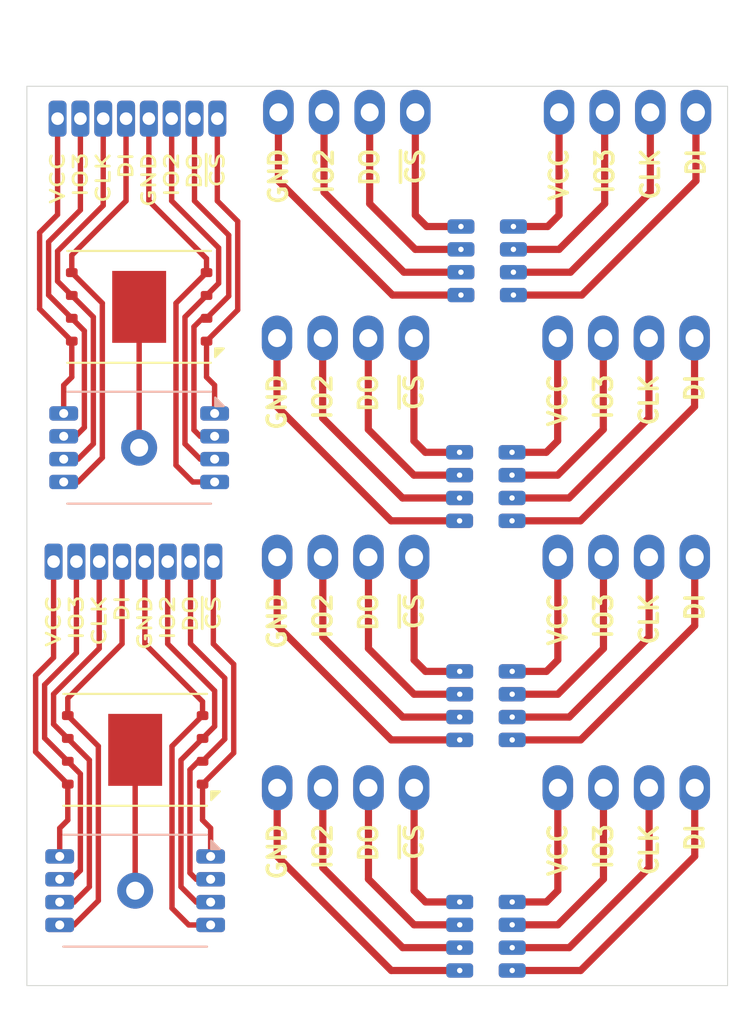
<source format=kicad_pcb>
(kicad_pcb (version 20240108) (generator "pcbnew") (generator_version "8.0")
  (layers (0 "F.Cu" signal) (31 "B.Cu" signal) (34 "B.Paste" user) (35 "F.Paste" user) (36 "B.SilkS" user "B.Silkscreen") (37 "F.SilkS" user "F.Silkscreen") (38 "B.Mask" user) (39 "F.Mask" user) (44 "Edge.Cuts" user))
  (net 0 "")
  (net 1 "DO")
  (net 2 "IO2")
  (net 3 "GND")
  (net 4 "~{CS}")
  (net 5 "CLK")
  (net 6 "DI")
  (net 7 "VCC")
  (net 8 "IO3")
  (net 9 "Net-(J5-Pin_5)")
  (net 10 "Net-(J5-Pin_7)")
  (net 11 "Net-(J5-Pin_4)")
  (net 12 "Net-(J5-Pin_6)")
  (net 13 "Net-(J5-Pin_1)")
  (net 14 "Net-(J5-Pin_2)")
  (net 15 "Net-(J5-Pin_3)")
  (net 16 "Net-(J5-Pin_8)")
  (footprint "headers:PinHeader_1x04_P2.54mm_Vertical" (layer "F.Cu") (at 120.542999 37 90)
    (property "Reference" "J3" (hide yes))
    (property "Value" "Conn_01x04_Pin")
    (pad "1" thru_hole oval (at 0 0 90) (size 2.5 1.7) (drill 1) (layers "*.Cu" "*.Mask") (net 7 "VCC"))
    (pad "2" thru_hole oval (at 0 2.54 90) (size 2.5 1.7) (drill 1) (layers "*.Cu" "*.Mask") (net 8 "IO3"))
    (pad "3" thru_hole oval (at 0 5.079999 90) (size 2.5 1.7) (drill 1) (layers "*.Cu" "*.Mask") (net 5 "CLK"))
    (pad "4" thru_hole oval (at 0 7.62 90) (size 2.5 1.7) (drill 1) (layers "*.Cu" "*.Mask") (net 6 "DI"))
  )
  (footprint "headers:PinHeader_1x04_P2.54mm_Vertical" (layer "F.Cu") (at 120.551999 49.18 90)
    (property "Reference" "J3" (hide yes))
    (property "Value" "Conn_01x04_Pin")
    (pad "1" thru_hole oval (at 0 0 90) (size 2.5 1.7) (drill 1) (layers "*.Cu" "*.Mask") (net 7 "VCC"))
    (pad "2" thru_hole oval (at 0 2.54 90) (size 2.5 1.7) (drill 1) (layers "*.Cu" "*.Mask") (net 8 "IO3"))
    (pad "3" thru_hole oval (at 0 5.079999 90) (size 2.5 1.7) (drill 1) (layers "*.Cu" "*.Mask") (net 5 "CLK"))
    (pad "4" thru_hole oval (at 0 7.62 90) (size 2.5 1.7) (drill 1) (layers "*.Cu" "*.Mask") (net 6 "DI"))
  )
  (footprint "headers:PinHeader_1x04_P2.54mm_Vertical" (layer "F.Cu") (at 120.619999 24.448 90)
    (property "Reference" "J3" (hide yes))
    (property "Value" "Conn_01x04_Pin")
    (pad "1" thru_hole oval (at 0 0 90) (size 2.5 1.7) (drill 1) (layers "*.Cu" "*.Mask") (net 7 "VCC"))
    (pad "2" thru_hole oval (at 0 2.54 90) (size 2.5 1.7) (drill 1) (layers "*.Cu" "*.Mask") (net 8 "IO3"))
    (pad "3" thru_hole oval (at 0 5.079999 90) (size 2.5 1.7) (drill 1) (layers "*.Cu" "*.Mask") (net 5 "CLK"))
    (pad "4" thru_hole oval (at 0 7.62 90) (size 2.5 1.7) (drill 1) (layers "*.Cu" "*.Mask") (net 6 "DI"))
  )
  (footprint "Connector_PinSocket_1.27mm:PinSocket_1x08_P1.27mm_Vertical" (layer "F.Cu") (at 101.6 24.8 -90)
    (property "Reference" "J5" (hide yes))
    (property "Value" "Conn_01x08_Pin")
    (pad "1" thru_hole roundrect (at 0 0 270) (size 2 1) (drill 0.7) (layers "*.Cu" "*.Mask") (net 13 "Net-(J5-Pin_1)"))
    (pad "2" thru_hole roundrect (at 0 1.270001 270) (size 2 1) (drill 0.7) (layers "*.Cu" "*.Mask") (net 14 "Net-(J5-Pin_2)"))
    (pad "3" thru_hole roundrect (at 0 2.54 270) (size 2 1) (drill 0.7) (layers "*.Cu" "*.Mask") (net 15 "Net-(J5-Pin_3)"))
    (pad "4" thru_hole roundrect (at 0 3.81 270) (size 2 1) (drill 0.7) (layers "*.Cu" "*.Mask") (net 11 "Net-(J5-Pin_4)"))
    (pad "5" thru_hole roundrect (at 0 5.079999 270) (size 2 1) (drill 0.7) (layers "*.Cu" "*.Mask") (net 9 "Net-(J5-Pin_5)"))
    (pad "6" thru_hole roundrect (at 0 6.35 270) (size 2 1) (drill 0.7) (layers "*.Cu" "*.Mask") (net 12 "Net-(J5-Pin_6)"))
    (pad "7" thru_hole roundrect (at 0 7.62 270) (size 2 1) (drill 0.7) (layers "*.Cu" "*.Mask") (net 10 "Net-(J5-Pin_7)"))
    (pad "8" thru_hole roundrect (at 0 8.89 270) (size 2 1) (drill 0.7) (layers "*.Cu" "*.Mask") (net 16 "Net-(J5-Pin_8)"))
  )
  (footprint "interposer:side_solder_1x4" (layer "F.Cu") (at 118.08 30.798)
    (property "Reference" "J4" (hide yes))
    (property "Value" "Conn_01x04_Pin")
    (pad "1" thru_hole roundrect (at 0 0) (size 1.5 0.8) (drill 0.3) (layers "*.Cu" "*.Mask") (net 7 "VCC"))
    (pad "2" thru_hole roundrect (at 0 1.270001) (size 1.5 0.8) (drill 0.3) (layers "*.Cu" "*.Mask") (net 8 "IO3"))
    (pad "3" thru_hole roundrect (at 0 2.54) (size 1.5 0.8) (drill 0.3) (layers "*.Cu" "*.Mask") (net 5 "CLK"))
    (pad "4" thru_hole roundrect (at 0 3.81) (size 1.5 0.8) (drill 0.3) (layers "*.Cu" "*.Mask") (net 6 "DI"))
  )
  (footprint "Connector_PinSocket_1.27mm:PinSocket_1x08_P1.27mm_Vertical" (layer "F.Cu") (at 101.378 49.428 -90)
    (property "Reference" "J5" (hide yes))
    (property "Value" "Conn_01x08_Pin")
    (pad "1" thru_hole roundrect (at 0 0 270) (size 2 1) (drill 0.7) (layers "*.Cu" "*.Mask") (net 13 "Net-(J5-Pin_1)"))
    (pad "2" thru_hole roundrect (at 0 1.270001 270) (size 2 1) (drill 0.7) (layers "*.Cu" "*.Mask") (net 14 "Net-(J5-Pin_2)"))
    (pad "3" thru_hole roundrect (at 0 2.54 270) (size 2 1) (drill 0.7) (layers "*.Cu" "*.Mask") (net 15 "Net-(J5-Pin_3)"))
    (pad "4" thru_hole roundrect (at 0 3.81 270) (size 2 1) (drill 0.7) (layers "*.Cu" "*.Mask") (net 11 "Net-(J5-Pin_4)"))
    (pad "5" thru_hole roundrect (at 0 5.079999 270) (size 2 1) (drill 0.7) (layers "*.Cu" "*.Mask") (net 9 "Net-(J5-Pin_5)"))
    (pad "6" thru_hole roundrect (at 0 6.35 270) (size 2 1) (drill 0.7) (layers "*.Cu" "*.Mask") (net 12 "Net-(J5-Pin_6)"))
    (pad "7" thru_hole roundrect (at 0 7.62 270) (size 2 1) (drill 0.7) (layers "*.Cu" "*.Mask") (net 10 "Net-(J5-Pin_7)"))
    (pad "8" thru_hole roundrect (at 0 8.89 270) (size 2 1) (drill 0.7) (layers "*.Cu" "*.Mask") (net 16 "Net-(J5-Pin_8)"))
  )
  (footprint "headers:PinHeader_1x04_P2.54mm_Vertical" (layer "F.Cu") (at 120.551999 62 90)
    (property "Reference" "J3" (hide yes))
    (property "Value" "Conn_01x04_Pin")
    (pad "1" thru_hole oval (at 0 0 90) (size 2.5 1.7) (drill 1) (layers "*.Cu" "*.Mask") (net 7 "VCC"))
    (pad "2" thru_hole oval (at 0 2.54 90) (size 2.5 1.7) (drill 1) (layers "*.Cu" "*.Mask") (net 8 "IO3"))
    (pad "3" thru_hole oval (at 0 5.079999 90) (size 2.5 1.7) (drill 1) (layers "*.Cu" "*.Mask") (net 5 "CLK"))
    (pad "4" thru_hole oval (at 0 7.62 90) (size 2.5 1.7) (drill 1) (layers "*.Cu" "*.Mask") (net 6 "DI"))
  )
  (footprint "interposer:side_solder_1x4" (layer "F.Cu") (at 118.003 43.35)
    (property "Reference" "J4" (hide yes))
    (property "Value" "Conn_01x04_Pin")
    (pad "1" thru_hole roundrect (at 0 0) (size 1.5 0.8) (drill 0.3) (layers "*.Cu" "*.Mask") (net 7 "VCC"))
    (pad "2" thru_hole roundrect (at 0 1.270001) (size 1.5 0.8) (drill 0.3) (layers "*.Cu" "*.Mask") (net 8 "IO3"))
    (pad "3" thru_hole roundrect (at 0 2.54) (size 1.5 0.8) (drill 0.3) (layers "*.Cu" "*.Mask") (net 5 "CLK"))
    (pad "4" thru_hole roundrect (at 0 3.81) (size 1.5 0.8) (drill 0.3) (layers "*.Cu" "*.Mask") (net 6 "DI"))
  )
  (footprint "interposer:side_solder_1x4" (layer "F.Cu") (at 118.012 55.53)
    (property "Reference" "J4" (hide yes))
    (property "Value" "Conn_01x04_Pin")
    (pad "1" thru_hole roundrect (at 0 0) (size 1.5 0.8) (drill 0.3) (layers "*.Cu" "*.Mask") (net 7 "VCC"))
    (pad "2" thru_hole roundrect (at 0 1.270001) (size 1.5 0.8) (drill 0.3) (layers "*.Cu" "*.Mask") (net 8 "IO3"))
    (pad "3" thru_hole roundrect (at 0 2.54) (size 1.5 0.8) (drill 0.3) (layers "*.Cu" "*.Mask") (net 5 "CLK"))
    (pad "4" thru_hole roundrect (at 0 3.81) (size 1.5 0.8) (drill 0.3) (layers "*.Cu" "*.Mask") (net 6 "DI"))
  )
  (footprint "Package_SON:WSON-8-1EP_8x6mm_P1.27mm_EP3.4x4.3mm" (layer "F.Cu") (at 97.25 35.265 180)
    (property "Reference" "U1" (hide yes))
    (property "Value" "W25Q128JVE")
    (fp_line (start -3.99 -3.11) (end 4 -3.11) (stroke (width 0.12)) (layer "F.SilkS"))
    (fp_line (start -4 3.11) (end 4 3.11) (stroke (width 0.12)) (layer "F.SilkS"))
    (fp_poly (pts (xy -4.23 -2.31) (xy -4.71 -2.31) (xy -4.23 -2.79) (xy -4.23 -2.31)) (stroke (width 0.12)) (fill solid) (layer "F.SilkS"))
    (pad "1" smd roundrect (at -3.75 -1.905 180) (size 0.65 0.5) (layers "F.Cu" "F.Paste" "F.Mask") (net 13 "Net-(J5-Pin_1)"))
    (pad "2" smd roundrect (at -3.75 -0.635 180) (size 0.65 0.5) (layers "F.Cu" "F.Paste" "F.Mask") (net 14 "Net-(J5-Pin_2)"))
    (pad "3" smd roundrect (at -3.75 0.635 180) (size 0.65 0.5) (layers "F.Cu" "F.Paste" "F.Mask") (net 15 "Net-(J5-Pin_3)"))
    (pad "4" smd roundrect (at -3.75 1.905 180) (size 0.65 0.5) (layers "F.Cu" "F.Paste" "F.Mask") (net 11 "Net-(J5-Pin_4)"))
    (pad "5" smd roundrect (at 3.75 1.905 180) (size 0.65 0.5) (layers "F.Cu" "F.Paste" "F.Mask") (net 9 "Net-(J5-Pin_5)"))
    (pad "6" smd roundrect (at 3.75 0.635 180) (size 0.65 0.5) (layers "F.Cu" "F.Paste" "F.Mask") (net 12 "Net-(J5-Pin_6)"))
    (pad "7" smd roundrect (at 3.75 -0.635 180) (size 0.65 0.5) (layers "F.Cu" "F.Paste" "F.Mask") (net 10 "Net-(J5-Pin_7)"))
    (pad "8" smd roundrect (at 3.75 -1.905 180) (size 0.65 0.5) (layers "F.Cu" "F.Paste" "F.Mask") (net 16 "Net-(J5-Pin_8)"))
    (pad "9" smd rect (at 0 0 180) (size 3 4) (property pad_prop_heatsink) (layers "F.Cu" "F.Mask"))
  )
  (footprint "Package_SON:WSON-8-1EP_8x6mm_P1.27mm_EP3.4x4.3mm" (layer "F.Cu") (at 97.028 59.893 180)
    (property "Reference" "U1" (hide yes))
    (property "Value" "W25Q128JVE")
    (fp_line (start -3.99 -3.11) (end 4 -3.11) (stroke (width 0.12)) (layer "F.SilkS"))
    (fp_line (start -4 3.11) (end 4 3.11) (stroke (width 0.12)) (layer "F.SilkS"))
    (fp_poly (pts (xy -4.23 -2.31) (xy -4.71 -2.31) (xy -4.23 -2.79) (xy -4.23 -2.31)) (stroke (width 0.12)) (fill solid) (layer "F.SilkS"))
    (pad "1" smd roundrect (at -3.75 -1.905 180) (size 0.65 0.5) (layers "F.Cu" "F.Paste" "F.Mask") (net 13 "Net-(J5-Pin_1)"))
    (pad "2" smd roundrect (at -3.75 -0.635 180) (size 0.65 0.5) (layers "F.Cu" "F.Paste" "F.Mask") (net 14 "Net-(J5-Pin_2)"))
    (pad "3" smd roundrect (at -3.75 0.635 180) (size 0.65 0.5) (layers "F.Cu" "F.Paste" "F.Mask") (net 15 "Net-(J5-Pin_3)"))
    (pad "4" smd roundrect (at -3.75 1.905 180) (size 0.65 0.5) (layers "F.Cu" "F.Paste" "F.Mask") (net 11 "Net-(J5-Pin_4)"))
    (pad "5" smd roundrect (at 3.75 1.905 180) (size 0.65 0.5) (layers "F.Cu" "F.Paste" "F.Mask") (net 9 "Net-(J5-Pin_5)"))
    (pad "6" smd roundrect (at 3.75 0.635 180) (size 0.65 0.5) (layers "F.Cu" "F.Paste" "F.Mask") (net 12 "Net-(J5-Pin_6)"))
    (pad "7" smd roundrect (at 3.75 -0.635 180) (size 0.65 0.5) (layers "F.Cu" "F.Paste" "F.Mask") (net 10 "Net-(J5-Pin_7)"))
    (pad "8" smd roundrect (at 3.75 -1.905 180) (size 0.65 0.5) (layers "F.Cu" "F.Paste" "F.Mask") (net 16 "Net-(J5-Pin_8)"))
    (pad "9" smd rect (at 0 0 180) (size 3 4) (property pad_prop_heatsink) (layers "F.Cu" "F.Mask"))
  )
  (footprint "interposer:side_solder_1x4" (layer "F.Cu") (at 118.012 68.35)
    (property "Reference" "J4" (hide yes))
    (property "Value" "Conn_01x04_Pin")
    (pad "1" thru_hole roundrect (at 0 0) (size 1.5 0.8) (drill 0.3) (layers "*.Cu" "*.Mask") (net 7 "VCC"))
    (pad "2" thru_hole roundrect (at 0 1.270001) (size 1.5 0.8) (drill 0.3) (layers "*.Cu" "*.Mask") (net 8 "IO3"))
    (pad "3" thru_hole roundrect (at 0 2.54) (size 1.5 0.8) (drill 0.3) (layers "*.Cu" "*.Mask") (net 5 "CLK"))
    (pad "4" thru_hole roundrect (at 0 3.81) (size 1.5 0.8) (drill 0.3) (layers "*.Cu" "*.Mask") (net 6 "DI"))
  )
  (footprint "headers:PinHeader_1x04_P2.54mm_Vertical" (layer "B.Cu") (at 112.62 24.448 90)
    (property "Reference" "J1" (hide yes))
    (property "Value" "Conn_01x04_Pin")
    (pad "1" thru_hole oval (at 0 0 90) (size 2.5 1.7) (drill 1) (layers "*.Cu" "*.Mask") (net 4 "~{CS}"))
    (pad "2" thru_hole oval (at 0 -2.54 90) (size 2.5 1.7) (drill 1) (layers "*.Cu" "*.Mask") (net 1 "DO"))
    (pad "3" thru_hole oval (at 0 -5.079999 90) (size 2.5 1.7) (drill 1) (layers "*.Cu" "*.Mask") (net 2 "IO2"))
    (pad "4" thru_hole oval (at 0 -7.62 90) (size 2.5 1.7) (drill 1) (layers "*.Cu" "*.Mask") (net 3 "GND"))
  )
  (footprint "headers:PinHeader_1x04_P2.54mm_Vertical" (layer "B.Cu") (at 112.543 37 90)
    (property "Reference" "J1" (hide yes))
    (property "Value" "Conn_01x04_Pin")
    (pad "1" thru_hole oval (at 0 0 90) (size 2.5 1.7) (drill 1) (layers "*.Cu" "*.Mask") (net 4 "~{CS}"))
    (pad "2" thru_hole oval (at 0 -2.54 90) (size 2.5 1.7) (drill 1) (layers "*.Cu" "*.Mask") (net 1 "DO"))
    (pad "3" thru_hole oval (at 0 -5.079999 90) (size 2.5 1.7) (drill 1) (layers "*.Cu" "*.Mask") (net 2 "IO2"))
    (pad "4" thru_hole oval (at 0 -7.62 90) (size 2.5 1.7) (drill 1) (layers "*.Cu" "*.Mask") (net 3 "GND"))
  )
  (footprint "headers:PinHeader_1x04_P2.54mm_Vertical" (layer "B.Cu") (at 112.552 49.18 90)
    (property "Reference" "J1" (hide yes))
    (property "Value" "Conn_01x04_Pin")
    (pad "1" thru_hole oval (at 0 0 90) (size 2.5 1.7) (drill 1) (layers "*.Cu" "*.Mask") (net 4 "~{CS}"))
    (pad "2" thru_hole oval (at 0 -2.54 90) (size 2.5 1.7) (drill 1) (layers "*.Cu" "*.Mask") (net 1 "DO"))
    (pad "3" thru_hole oval (at 0 -5.079999 90) (size 2.5 1.7) (drill 1) (layers "*.Cu" "*.Mask") (net 2 "IO2"))
    (pad "4" thru_hole oval (at 0 -7.62 90) (size 2.5 1.7) (drill 1) (layers "*.Cu" "*.Mask") (net 3 "GND"))
  )
  (footprint "interposer:WSON-8-1EP_8x6mm_P1.27mm_EP3.4x4.3mm" (layer "B.Cu") (at 97.028 67.723 180)
    (property "Reference" "U2" (hide yes))
    (property "Value" "W25Q128JVE")
    (fp_line (start 4 3.11) (end -3.99 3.11) (stroke (width 0.12)) (layer "B.SilkS"))
    (fp_line (start 4 -3.11) (end -4 -3.11) (stroke (width 0.12)) (layer "B.SilkS"))
    (fp_poly (pts (xy -4.23 2.31) (xy -4.71 2.31) (xy -4.23 2.79) (xy -4.23 2.31)) (stroke (width 0.12)) (fill solid) (layer "B.SilkS"))
    (pad "1" thru_hole roundrect (at -4.2 1.905 180) (size 1.6 0.8) (drill 0.5) (layers "*.Cu" "*.Mask") (net 13 "Net-(J5-Pin_1)"))
    (pad "2" thru_hole roundrect (at -4.2 0.635 180) (size 1.6 0.8) (drill 0.5) (layers "*.Cu" "*.Mask") (net 14 "Net-(J5-Pin_2)"))
    (pad "3" thru_hole roundrect (at -4.2 -0.635 180) (size 1.6 0.8) (drill 0.5) (layers "*.Cu" "*.Mask") (net 15 "Net-(J5-Pin_3)"))
    (pad "4" thru_hole roundrect (at -4.2 -1.905 180) (size 1.6 0.8) (drill 0.5) (layers "*.Cu" "*.Mask") (net 11 "Net-(J5-Pin_4)"))
    (pad "5" thru_hole roundrect (at 4.2 -1.905 180) (size 1.6 0.8) (drill 0.5) (layers "*.Cu" "*.Mask") (net 9 "Net-(J5-Pin_5)"))
    (pad "6" thru_hole roundrect (at 4.2 -0.635 180) (size 1.6 0.8) (drill 0.5) (layers "*.Cu" "*.Mask") (net 12 "Net-(J5-Pin_6)"))
    (pad "7" thru_hole roundrect (at 4.2 0.635 180) (size 1.6 0.8) (drill 0.5) (layers "*.Cu" "*.Mask") (net 10 "Net-(J5-Pin_7)"))
    (pad "8" thru_hole roundrect (at 4.2 1.905 180) (size 1.6 0.8) (drill 0.5) (layers "*.Cu" "*.Mask") (net 16 "Net-(J5-Pin_8)"))
    (pad "9" thru_hole circle (at 0 0 180) (size 2 2) (drill 1) (property pad_prop_heatsink) (layers "*.Cu" "*.Mask"))
  )
  (footprint "headers:PinHeader_1x04_P2.54mm_Vertical" (layer "B.Cu") (at 112.552 62 90)
    (property "Reference" "J1" (hide yes))
    (property "Value" "Conn_01x04_Pin")
    (pad "1" thru_hole oval (at 0 0 90) (size 2.5 1.7) (drill 1) (layers "*.Cu" "*.Mask") (net 4 "~{CS}"))
    (pad "2" thru_hole oval (at 0 -2.54 90) (size 2.5 1.7) (drill 1) (layers "*.Cu" "*.Mask") (net 1 "DO"))
    (pad "3" thru_hole oval (at 0 -5.079999 90) (size 2.5 1.7) (drill 1) (layers "*.Cu" "*.Mask") (net 2 "IO2"))
    (pad "4" thru_hole oval (at 0 -7.62 90) (size 2.5 1.7) (drill 1) (layers "*.Cu" "*.Mask") (net 3 "GND"))
  )
  (footprint "interposer:side_solder_1x4" (layer "B.Cu") (at 115.16 30.798 180)
    (property "Reference" "J2" (hide yes))
    (property "Value" "Conn_01x04_Pin")
    (pad "1" thru_hole roundrect (at 0 0 180) (size 1.5 0.8) (drill 0.3) (layers "*.Cu" "*.Mask") (net 4 "~{CS}"))
    (pad "2" thru_hole roundrect (at 0 -1.27 180) (size 1.5 0.8) (drill 0.3) (layers "*.Cu" "*.Mask") (net 1 "DO"))
    (pad "3" thru_hole roundrect (at 0 -2.54 180) (size 1.5 0.8) (drill 0.3) (layers "*.Cu" "*.Mask") (net 2 "IO2"))
    (pad "4" thru_hole roundrect (at 0 -3.81 180) (size 1.5 0.8) (drill 0.3) (layers "*.Cu" "*.Mask") (net 3 "GND"))
  )
  (footprint "interposer:side_solder_1x4" (layer "B.Cu") (at 115.092 55.53 180)
    (property "Reference" "J2" (hide yes))
    (property "Value" "Conn_01x04_Pin")
    (pad "1" thru_hole roundrect (at 0 0 180) (size 1.5 0.8) (drill 0.3) (layers "*.Cu" "*.Mask") (net 4 "~{CS}"))
    (pad "2" thru_hole roundrect (at 0 -1.27 180) (size 1.5 0.8) (drill 0.3) (layers "*.Cu" "*.Mask") (net 1 "DO"))
    (pad "3" thru_hole roundrect (at 0 -2.54 180) (size 1.5 0.8) (drill 0.3) (layers "*.Cu" "*.Mask") (net 2 "IO2"))
    (pad "4" thru_hole roundrect (at 0 -3.81 180) (size 1.5 0.8) (drill 0.3) (layers "*.Cu" "*.Mask") (net 3 "GND"))
  )
  (footprint "interposer:side_solder_1x4" (layer "B.Cu") (at 115.092 68.35 180)
    (property "Reference" "J2" (hide yes))
    (property "Value" "Conn_01x04_Pin")
    (pad "1" thru_hole roundrect (at 0 0 180) (size 1.5 0.8) (drill 0.3) (layers "*.Cu" "*.Mask") (net 4 "~{CS}"))
    (pad "2" thru_hole roundrect (at 0 -1.27 180) (size 1.5 0.8) (drill 0.3) (layers "*.Cu" "*.Mask") (net 1 "DO"))
    (pad "3" thru_hole roundrect (at 0 -2.54 180) (size 1.5 0.8) (drill 0.3) (layers "*.Cu" "*.Mask") (net 2 "IO2"))
    (pad "4" thru_hole roundrect (at 0 -3.81 180) (size 1.5 0.8) (drill 0.3) (layers "*.Cu" "*.Mask") (net 3 "GND"))
  )
  (footprint "interposer:side_solder_1x4" (layer "B.Cu") (at 115.083 43.35 180)
    (property "Reference" "J2" (hide yes))
    (property "Value" "Conn_01x04_Pin")
    (pad "1" thru_hole roundrect (at 0 0 180) (size 1.5 0.8) (drill 0.3) (layers "*.Cu" "*.Mask") (net 4 "~{CS}"))
    (pad "2" thru_hole roundrect (at 0 -1.27 180) (size 1.5 0.8) (drill 0.3) (layers "*.Cu" "*.Mask") (net 1 "DO"))
    (pad "3" thru_hole roundrect (at 0 -2.54 180) (size 1.5 0.8) (drill 0.3) (layers "*.Cu" "*.Mask") (net 2 "IO2"))
    (pad "4" thru_hole roundrect (at 0 -3.81 180) (size 1.5 0.8) (drill 0.3) (layers "*.Cu" "*.Mask") (net 3 "GND"))
  )
  (footprint "interposer:WSON-8-1EP_8x6mm_P1.27mm_EP3.4x4.3mm" (layer "B.Cu") (at 97.25 43.095 180)
    (property "Reference" "U2" (hide yes))
    (property "Value" "W25Q128JVE")
    (fp_line (start 4 3.11) (end -3.99 3.11) (stroke (width 0.12)) (layer "B.SilkS"))
    (fp_line (start 4 -3.11) (end -4 -3.11) (stroke (width 0.12)) (layer "B.SilkS"))
    (fp_poly (pts (xy -4.23 2.31) (xy -4.71 2.31) (xy -4.23 2.79) (xy -4.23 2.31)) (stroke (width 0.12)) (fill solid) (layer "B.SilkS"))
    (pad "1" thru_hole roundrect (at -4.2 1.905 180) (size 1.6 0.8) (drill 0.5) (layers "*.Cu" "*.Mask") (net 13 "Net-(J5-Pin_1)"))
    (pad "2" thru_hole roundrect (at -4.2 0.635 180) (size 1.6 0.8) (drill 0.5) (layers "*.Cu" "*.Mask") (net 14 "Net-(J5-Pin_2)"))
    (pad "3" thru_hole roundrect (at -4.2 -0.635 180) (size 1.6 0.8) (drill 0.5) (layers "*.Cu" "*.Mask") (net 15 "Net-(J5-Pin_3)"))
    (pad "4" thru_hole roundrect (at -4.2 -1.905 180) (size 1.6 0.8) (drill 0.5) (layers "*.Cu" "*.Mask") (net 11 "Net-(J5-Pin_4)"))
    (pad "5" thru_hole roundrect (at 4.2 -1.905 180) (size 1.6 0.8) (drill 0.5) (layers "*.Cu" "*.Mask") (net 9 "Net-(J5-Pin_5)"))
    (pad "6" thru_hole roundrect (at 4.2 -0.635 180) (size 1.6 0.8) (drill 0.5) (layers "*.Cu" "*.Mask") (net 12 "Net-(J5-Pin_6)"))
    (pad "7" thru_hole roundrect (at 4.2 0.635 180) (size 1.6 0.8) (drill 0.5) (layers "*.Cu" "*.Mask") (net 10 "Net-(J5-Pin_7)"))
    (pad "8" thru_hole roundrect (at 4.2 1.905 180) (size 1.6 0.8) (drill 0.5) (layers "*.Cu" "*.Mask") (net 16 "Net-(J5-Pin_8)"))
    (pad "9" thru_hole circle (at 0 0 180) (size 2 2) (drill 1) (property pad_prop_heatsink) (layers "*.Cu" "*.Mask"))
  )
  (gr_line (start 91 73) (end 91 23) (stroke (width 0.05)) (layer "Edge.Cuts"))
  (gr_line (start 130 23) (end 130 73) (stroke (width 0.05)) (layer "Edge.Cuts"))
  (gr_line (start 91 23) (end 130 23) (stroke (width 0.05)) (layer "Edge.Cuts"))
  (gr_line (start 130 73) (end 91 73) (stroke (width 0.05)) (layer "Edge.Cuts"))
  (gr_text "~{CS}" (at 112.552 63.905 90) (layer "F.SilkS") (effects (font (size 1 1) (thickness 0.2) (bold yes)) (justify right)))
  (gr_text "IO2" (at 98.838 51.206 90) (layer "F.SilkS") (effects (font (size 0.75 1)) (justify right)))
  (gr_text "VCC" (at 92.71 26.578 90) (layer "F.SilkS") (effects (font (size 0.75 1) (thickness 0.15) (bold yes)) (justify right)))
  (gr_text "VCC" (at 120.62 26.353 90) (layer "F.SilkS") (effects (font (size 1 1) (thickness 0.2) (bold yes)) (justify right)))
  (gr_text "GND" (at 97.568 51.206 90) (layer "F.SilkS") (effects (font (size 0.75 1) (thickness 0.15) (bold yes)) (justify right)))
  (gr_text "CLK" (at 125.7 26.353 90) (layer "F.SilkS") (effects (font (size 1 1) (thickness 0.2) (bold yes)) (justify right)))
  (gr_text "IO3" (at 123.092 63.905 90) (layer "F.SilkS") (effects (font (size 1 1) (thickness 0.2) (bold yes)) (justify right)))
  (gr_text "VCC" (at 120.543 38.905 90) (layer "F.SilkS") (effects (font (size 1 1) (thickness 0.2) (bold yes)) (justify right)))
  (gr_text "DI" (at 128.163 38.905 90) (layer "F.SilkS") (effects (font (size 1 1) (thickness 0.2) (bold yes)) (justify right)))
  (gr_text "IO2" (at 99.06 26.578 90) (layer "F.SilkS") (effects (font (size 0.75 1)) (justify right)))
  (gr_text "VCC" (at 120.552 51.085 90) (layer "F.SilkS") (effects (font (size 1 1) (thickness 0.2) (bold yes)) (justify right)))
  (gr_text "DO" (at 110.012 63.905 90) (layer "F.SilkS") (effects (font (size 1 1) (thickness 0.2) (bold yes)) (justify right)))
  (gr_text "IO2" (at 107.472 63.905 90) (layer "F.SilkS") (effects (font (size 1 1) (thickness 0.2) (bold yes)) (justify right)))
  (gr_text "IO2" (at 107.463 38.905 90) (layer "F.SilkS") (effects (font (size 1 1) (thickness 0.2) (bold yes)) (justify right)))
  (gr_text "CLK" (at 125.623 38.905 90) (layer "F.SilkS") (effects (font (size 1 1) (thickness 0.2) (bold yes)) (justify right)))
  (gr_text "VCC" (at 92.488 51.206 90) (layer "F.SilkS") (effects (font (size 0.75 1) (thickness 0.15) (bold yes)) (justify right)))
  (gr_text "CLK" (at 125.632 63.905 90) (layer "F.SilkS") (effects (font (size 1 1) (thickness 0.2) (bold yes)) (justify right)))
  (gr_text "VCC" (at 120.552 63.905 90) (layer "F.SilkS") (effects (font (size 1 1) (thickness 0.2) (bold yes)) (justify right)))
  (gr_text "DO" (at 100.33 26.578 90) (layer "F.SilkS") (effects (font (size 0.75 1) (thickness 0.15) (bold yes)) (justify right)))
  (gr_text "IO3" (at 123.16 26.353 90) (layer "F.SilkS") (effects (font (size 1 1) (thickness 0.2) (bold yes)) (justify right)))
  (gr_text "DI" (at 128.172 63.905 90) (layer "F.SilkS") (effects (font (size 1 1) (thickness 0.2) (bold yes)) (justify right)))
  (gr_text "DI" (at 96.298 51.206 90) (layer "F.SilkS") (effects (font (size 0.75 1) (thickness 0.15) (bold yes)) (justify right)))
  (gr_text "GND" (at 104.932 63.905 90) (layer "F.SilkS") (effects (font (size 1 1) (thickness 0.2) (bold yes)) (justify right)))
  (gr_text "CLK" (at 95.25 26.578 90) (layer "F.SilkS") (effects (font (size 0.75 1) (thickness 0.15) (bold yes)) (justify right)))
  (gr_text "GND" (at 104.923 38.905 90) (layer "F.SilkS") (effects (font (size 1 1) (thickness 0.2) (bold yes)) (justify right)))
  (gr_text "~{CS}" (at 101.6 26.578 90) (layer "F.SilkS") (effects (font (size 0.75 1) (thickness 0.15) (bold yes)) (justify right)))
  (gr_text "GND" (at 105 26.353 90) (layer "F.SilkS") (effects (font (size 1 1) (thickness 0.2) (bold yes)) (justify right)))
  (gr_text "IO3" (at 123.092 51.085 90) (layer "F.SilkS") (effects (font (size 1 1) (thickness 0.2) (bold yes)) (justify right)))
  (gr_text "GND" (at 97.79 26.578 90) (layer "F.SilkS") (effects (font (size 0.75 1) (thickness 0.15) (bold yes)) (justify right)))
  (gr_text "IO3" (at 93.758 51.206 90) (layer "F.SilkS") (effects (font (size 0.75 1) (thickness 0.15) (bold yes)) (justify right)))
  (gr_text "~{CS}" (at 112.543 38.905 90) (layer "F.SilkS") (effects (font (size 1 1) (thickness 0.2) (bold yes)) (justify right)))
  (gr_text "IO3" (at 123.083 38.905 90) (layer "F.SilkS") (effects (font (size 1 1) (thickness 0.2) (bold yes)) (justify right)))
  (gr_text "DO" (at 110.003 38.905 90) (layer "F.SilkS") (effects (font (size 1 1) (thickness 0.2) (bold yes)) (justify right)))
  (gr_text "IO2" (at 107.472 51.085 90) (layer "F.SilkS") (effects (font (size 1 1) (thickness 0.2) (bold yes)) (justify right)))
  (gr_text "DO" (at 110.012 51.085 90) (layer "F.SilkS") (effects (font (size 1 1) (thickness 0.2) (bold yes)) (justify right)))
  (gr_text "~{CS}" (at 101.378 51.206 90) (layer "F.SilkS") (effects (font (size 0.75 1) (thickness 0.15) (bold yes)) (justify right)))
  (gr_text "CLK" (at 95.028 51.206 90) (layer "F.SilkS") (effects (font (size 0.75 1) (thickness 0.15) (bold yes)) (justify right)))
  (gr_text "IO3" (at 93.98 26.578 90) (layer "F.SilkS") (effects (font (size 0.75 1) (thickness 0.15) (bold yes)) (justify right)))
  (gr_text "DI" (at 128.172 51.085 90) (layer "F.SilkS") (effects (font (size 1 1) (thickness 0.2) (bold yes)) (justify right)))
  (gr_text "~{CS}" (at 112.62 26.353 90) (layer "F.SilkS") (effects (font (size 1 1) (thickness 0.2) (bold yes)) (justify right)))
  (gr_text "DO" (at 110.08 26.353 90) (layer "F.SilkS") (effects (font (size 1 1) (thickness 0.2) (bold yes)) (justify right)))
  (gr_text "GND" (at 104.932 51.085 90) (layer "F.SilkS") (effects (font (size 1 1) (thickness 0.2) (bold yes)) (justify right)))
  (gr_text "DO" (at 100.108 51.206 90) (layer "F.SilkS") (effects (font (size 0.75 1) (thickness 0.15) (bold yes)) (justify right)))
  (gr_text "DI" (at 96.52 26.578 90) (layer "F.SilkS") (effects (font (size 0.75 1) (thickness 0.15) (bold yes)) (justify right)))
  (gr_text "IO2" (at 107.54 26.353 90) (layer "F.SilkS") (effects (font (size 1 1) (thickness 0.2) (bold yes)) (justify right)))
  (gr_text "~{CS}" (at 112.552 51.085 90) (layer "F.SilkS") (effects (font (size 1 1) (thickness 0.2) (bold yes)) (justify right)))
  (gr_text "CLK" (at 125.632 51.085 90) (layer "F.SilkS") (effects (font (size 1 1) (thickness 0.2) (bold yes)) (justify right)))
  (gr_text "DI" (at 128.24 26.353 90) (layer "F.SilkS") (effects (font (size 1 1) (thickness 0.2) (bold yes)) (justify right)))
  (segment (start 97.25 35.265) (end 97.25 43.095) (width 0.3) (layer "F.Cu") (net 0))
  (segment (start 97.028 59.893) (end 97.028 67.723) (width 0.3) (layer "F.Cu") (net 0))
  (segment (start 112.543 44.62) (end 110.003 42.08) (width 0.4) (layer "F.Cu") (net 1))
  (segment (start 110.012 54.26) (end 110.012 49.18) (width 0.4) (layer "F.Cu") (net 1))
  (segment (start 112.62 32.068) (end 110.08 29.528) (width 0.4) (layer "F.Cu") (net 1))
  (segment (start 115.16 32.068) (end 112.62 32.068) (width 0.4) (layer "F.Cu") (net 1))
  (segment (start 115.092 56.8) (end 112.552 56.8) (width 0.4) (layer "F.Cu") (net 1))
  (segment (start 110.08 29.528) (end 110.08 24.448) (width 0.4) (layer "F.Cu") (net 1))
  (segment (start 110.012 67.08) (end 110.012 62) (width 0.4) (layer "F.Cu") (net 1))
  (segment (start 115.083 44.62) (end 112.543 44.62) (width 0.4) (layer "F.Cu") (net 1))
  (segment (start 112.552 69.62) (end 110.012 67.08) (width 0.4) (layer "F.Cu") (net 1))
  (segment (start 115.092 69.62) (end 112.552 69.62) (width 0.4) (layer "F.Cu") (net 1))
  (segment (start 110.003 42.08) (end 110.003 37) (width 0.4) (layer "F.Cu") (net 1))
  (segment (start 112.552 56.8) (end 110.012 54.26) (width 0.4) (layer "F.Cu") (net 1))
  (segment (start 107.472001 62) (end 107.472001 66.445001) (width 0.4) (layer "F.Cu") (net 2))
  (segment (start 107.472001 66.445001) (end 111.917 70.89) (width 0.4) (layer "F.Cu") (net 2))
  (segment (start 107.540001 24.448) (end 107.540001 28.893001) (width 0.4) (layer "F.Cu") (net 2))
  (segment (start 107.472001 49.18) (end 107.472001 53.625001) (width 0.4) (layer "F.Cu") (net 2))
  (segment (start 111.908 45.89) (end 115.083 45.89) (width 0.4) (layer "F.Cu") (net 2))
  (segment (start 107.472001 53.625001) (end 111.917 58.07) (width 0.4) (layer "F.Cu") (net 2))
  (segment (start 107.463001 37) (end 107.463001 41.445001) (width 0.4) (layer "F.Cu") (net 2))
  (segment (start 107.463001 41.445001) (end 111.908 45.89) (width 0.4) (layer "F.Cu") (net 2))
  (segment (start 107.540001 28.893001) (end 111.985 33.338) (width 0.4) (layer "F.Cu") (net 2))
  (segment (start 111.917 58.07) (end 115.092 58.07) (width 0.4) (layer "F.Cu") (net 2))
  (segment (start 111.917 70.89) (end 115.092 70.89) (width 0.4) (layer "F.Cu") (net 2))
  (segment (start 111.985 33.338) (end 115.16 33.338) (width 0.4) (layer "F.Cu") (net 2))
  (segment (start 105 28.258) (end 105 24.448) (width 0.4) (layer "F.Cu") (net 3))
  (segment (start 104.923 40.81) (end 104.923 37) (width 0.4) (layer "F.Cu") (net 3))
  (segment (start 111.282 59.34) (end 104.932 52.99) (width 0.4) (layer "F.Cu") (net 3))
  (segment (start 111.35 34.608) (end 105 28.258) (width 0.4) (layer "F.Cu") (net 3))
  (segment (start 111.282 72.16) (end 104.932 65.81) (width 0.4) (layer "F.Cu") (net 3))
  (segment (start 104.932 52.99) (end 104.932 49.18) (width 0.4) (layer "F.Cu") (net 3))
  (segment (start 104.932 65.81) (end 104.932 62) (width 0.4) (layer "F.Cu") (net 3))
  (segment (start 115.083 47.16) (end 111.273 47.16) (width 0.4) (layer "F.Cu") (net 3))
  (segment (start 115.092 59.34) (end 111.282 59.34) (width 0.4) (layer "F.Cu") (net 3))
  (segment (start 111.273 47.16) (end 104.923 40.81) (width 0.4) (layer "F.Cu") (net 3))
  (segment (start 115.16 34.608) (end 111.35 34.608) (width 0.4) (layer "F.Cu") (net 3))
  (segment (start 115.092 72.16) (end 111.282 72.16) (width 0.4) (layer "F.Cu") (net 3))
  (segment (start 112.552 67.715) (end 113.187 68.35) (width 0.4) (layer "F.Cu") (net 4))
  (segment (start 112.62 24.448) (end 112.62 30.163) (width 0.4) (layer "F.Cu") (net 4))
  (segment (start 113.187 55.53) (end 115.092 55.53) (width 0.4) (layer "F.Cu") (net 4))
  (segment (start 112.552 54.895) (end 113.187 55.53) (width 0.4) (layer "F.Cu") (net 4))
  (segment (start 112.543 37) (end 112.543 42.715) (width 0.4) (layer "F.Cu") (net 4))
  (segment (start 113.255 30.798) (end 115.16 30.798) (width 0.4) (layer "F.Cu") (net 4))
  (segment (start 113.178 43.35) (end 115.083 43.35) (width 0.4) (layer "F.Cu") (net 4))
  (segment (start 112.552 62) (end 112.552 67.715) (width 0.4) (layer "F.Cu") (net 4))
  (segment (start 112.62 30.163) (end 113.255 30.798) (width 0.4) (layer "F.Cu") (net 4))
  (segment (start 112.552 49.18) (end 112.552 54.895) (width 0.4) (layer "F.Cu") (net 4))
  (segment (start 113.187 68.35) (end 115.092 68.35) (width 0.4) (layer "F.Cu") (net 4))
  (segment (start 112.543 42.715) (end 113.178 43.35) (width 0.4) (layer "F.Cu") (net 4))
  (segment (start 118.012 58.07) (end 121.187 58.07) (width 0.4) (layer "F.Cu") (net 5))
  (segment (start 118.003 45.89) (end 121.178 45.89) (width 0.4) (layer "F.Cu") (net 5))
  (segment (start 121.187 70.89) (end 125.631999 66.445001) (width 0.4) (layer "F.Cu") (net 5))
  (segment (start 125.631999 53.625001) (end 125.631999 49.18) (width 0.4) (layer "F.Cu") (net 5))
  (segment (start 125.622999 41.445001) (end 125.622999 37) (width 0.4) (layer "F.Cu") (net 5))
  (segment (start 125.699999 28.893001) (end 125.699999 24.448) (width 0.4) (layer "F.Cu") (net 5))
  (segment (start 121.178 45.89) (end 125.622999 41.445001) (width 0.4) (layer "F.Cu") (net 5))
  (segment (start 125.631999 66.445001) (end 125.631999 62) (width 0.4) (layer "F.Cu") (net 5))
  (segment (start 118.08 33.338) (end 121.255 33.338) (width 0.4) (layer "F.Cu") (net 5))
  (segment (start 121.187 58.07) (end 125.631999 53.625001) (width 0.4) (layer "F.Cu") (net 5))
  (segment (start 121.255 33.338) (end 125.699999 28.893001) (width 0.4) (layer "F.Cu") (net 5))
  (segment (start 118.012 70.89) (end 121.187 70.89) (width 0.4) (layer "F.Cu") (net 5))
  (segment (start 121.89 34.608) (end 128.24 28.258) (width 0.4) (layer "F.Cu") (net 6))
  (segment (start 118.003 47.16) (end 121.813 47.16) (width 0.4) (layer "F.Cu") (net 6))
  (segment (start 118.012 59.34) (end 121.822 59.34) (width 0.4) (layer "F.Cu") (net 6))
  (segment (start 121.822 59.34) (end 128.172 52.99) (width 0.4) (layer "F.Cu") (net 6))
  (segment (start 128.172 52.99) (end 128.172 49.18) (width 0.4) (layer "F.Cu") (net 6))
  (segment (start 128.163 40.81) (end 128.163 37) (width 0.4) (layer "F.Cu") (net 6))
  (segment (start 118.08 34.608) (end 121.89 34.608) (width 0.4) (layer "F.Cu") (net 6))
  (segment (start 128.24 28.258) (end 128.24 24.448) (width 0.4) (layer "F.Cu") (net 6))
  (segment (start 121.813 47.16) (end 128.163 40.81) (width 0.4) (layer "F.Cu") (net 6))
  (segment (start 121.822 72.16) (end 128.172 65.81) (width 0.4) (layer "F.Cu") (net 6))
  (segment (start 128.172 65.81) (end 128.172 62) (width 0.4) (layer "F.Cu") (net 6))
  (segment (start 118.012 72.16) (end 121.822 72.16) (width 0.4) (layer "F.Cu") (net 6))
  (segment (start 118.08 30.798) (end 119.985 30.798) (width 0.4) (layer "F.Cu") (net 7))
  (segment (start 120.551999 67.715001) (end 120.551999 62) (width 0.4) (layer "F.Cu") (net 7))
  (segment (start 120.542999 42.715001) (end 120.542999 37) (width 0.4) (layer "F.Cu") (net 7))
  (segment (start 118.003 43.35) (end 119.908 43.35) (width 0.4) (layer "F.Cu") (net 7))
  (segment (start 119.908 43.35) (end 120.542999 42.715001) (width 0.4) (layer "F.Cu") (net 7))
  (segment (start 120.619999 30.163001) (end 120.619999 24.448) (width 0.4) (layer "F.Cu") (net 7))
  (segment (start 119.917 55.53) (end 120.551999 54.895001) (width 0.4) (layer "F.Cu") (net 7))
  (segment (start 120.551999 54.895001) (end 120.551999 49.18) (width 0.4) (layer "F.Cu") (net 7))
  (segment (start 118.012 68.35) (end 119.917 68.35) (width 0.4) (layer "F.Cu") (net 7))
  (segment (start 119.985 30.798) (end 120.619999 30.163001) (width 0.4) (layer "F.Cu") (net 7))
  (segment (start 118.012 55.53) (end 119.917 55.53) (width 0.4) (layer "F.Cu") (net 7))
  (segment (start 119.917 68.35) (end 120.551999 67.715001) (width 0.4) (layer "F.Cu") (net 7))
  (segment (start 120.551999 69.620001) (end 123.092 67.08) (width 0.4) (layer "F.Cu") (net 8))
  (segment (start 118.012 69.620001) (end 120.551999 69.620001) (width 0.4) (layer "F.Cu") (net 8))
  (segment (start 118.012 56.800001) (end 120.551999 56.800001) (width 0.4) (layer "F.Cu") (net 8))
  (segment (start 123.092 67.08) (end 123.092001 62) (width 0.4) (layer "F.Cu") (net 8))
  (segment (start 120.542999 44.620001) (end 123.083 42.08) (width 0.4) (layer "F.Cu") (net 8))
  (segment (start 120.619999 32.068001) (end 123.16 29.528) (width 0.4) (layer "F.Cu") (net 8))
  (segment (start 118.003 44.620001) (end 120.542999 44.620001) (width 0.4) (layer "F.Cu") (net 8))
  (segment (start 120.551999 56.800001) (end 123.092 54.26) (width 0.4) (layer "F.Cu") (net 8))
  (segment (start 118.08 32.068001) (end 120.619999 32.068001) (width 0.4) (layer "F.Cu") (net 8))
  (segment (start 123.083 42.08) (end 123.083001 37) (width 0.4) (layer "F.Cu") (net 8))
  (segment (start 123.092 54.26) (end 123.092001 49.18) (width 0.4) (layer "F.Cu") (net 8))
  (segment (start 123.16 29.528) (end 123.160001 24.448) (width 0.4) (layer "F.Cu") (net 8))
  (segment (start 94.978 68.278) (end 94.978 59.688) (width 0.3) (layer "F.Cu") (net 9))
  (segment (start 93.278 57.02) (end 96.298001 53.999999) (width 0.3) (layer "F.Cu") (net 9))
  (segment (start 93.85 45) (end 95.2 43.65) (width 0.3) (layer "F.Cu") (net 9))
  (segment (start 93.5 32.392) (end 96.520001 29.371999) (width 0.3) (layer "F.Cu") (net 9))
  (segment (start 93.628 69.628) (end 94.978 68.278) (width 0.3) (layer "F.Cu") (net 9))
  (segment (start 95.2 43.65) (end 95.2 35.06) (width 0.3) (layer "F.Cu") (net 9))
  (segment (start 96.298001 53.999999) (end 96.298001 49.428) (width 0.3) (layer "F.Cu") (net 9))
  (segment (start 94.978 59.688) (end 93.278 57.988) (width 0.3) (layer "F.Cu") (net 9))
  (segment (start 93.05 45) (end 93.85 45) (width 0.3) (layer "F.Cu") (net 9))
  (segment (start 95.2 35.06) (end 93.5 33.36) (width 0.3) (layer "F.Cu") (net 9))
  (segment (start 93.278 57.988) (end 93.278 57.02) (width 0.3) (layer "F.Cu") (net 9))
  (segment (start 96.520001 29.371999) (end 96.520001 24.8) (width 0.3) (layer "F.Cu") (net 9))
  (segment (start 93.5 33.36) (end 93.5 32.392) (width 0.3) (layer "F.Cu") (net 9))
  (segment (start 92.828 69.628) (end 93.628 69.628) (width 0.3) (layer "F.Cu") (net 9))
  (segment (start 94.2 36.6) (end 94.2 41.97) (width 0.3) (layer "F.Cu") (net 10))
  (segment (start 91.988 56.278) (end 93.758 54.508) (width 0.3) (layer "F.Cu") (net 10))
  (segment (start 93.5 35.9) (end 94.2 36.6) (width 0.3) (layer "F.Cu") (net 10))
  (segment (start 93.978 66.598) (end 93.488 67.088) (width 0.3) (layer "F.Cu") (net 10))
  (segment (start 93.98 29.88) (end 93.98 24.8) (width 0.3) (layer "F.Cu") (net 10))
  (segment (start 93.5 35.9) (end 92.21 34.61) (width 0.3) (layer "F.Cu") (net 10))
  (segment (start 92.21 31.65) (end 93.98 29.88) (width 0.3) (layer "F.Cu") (net 10))
  (segment (start 93.758 54.508) (end 93.758 49.428) (width 0.3) (layer "F.Cu") (net 10))
  (segment (start 93.978 61.228) (end 93.978 66.598) (width 0.3) (layer "F.Cu") (net 10))
  (segment (start 91.988 59.238) (end 91.988 56.278) (width 0.3) (layer "F.Cu") (net 10))
  (segment (start 93.71 42.46) (end 93.05 42.46) (width 0.3) (layer "F.Cu") (net 10))
  (segment (start 94.2 41.97) (end 93.71 42.46) (width 0.3) (layer "F.Cu") (net 10))
  (segment (start 93.488 67.088) (end 92.828 67.088) (width 0.3) (layer "F.Cu") (net 10))
  (segment (start 93.278 60.528) (end 91.988 59.238) (width 0.3) (layer "F.Cu") (net 10))
  (segment (start 92.21 34.61) (end 92.21 31.65) (width 0.3) (layer "F.Cu") (net 10))
  (segment (start 93.278 60.528) (end 93.978 61.228) (width 0.3) (layer "F.Cu") (net 10))
  (segment (start 99.078 59.688) (end 99.078 68.698) (width 0.3) (layer "F.Cu") (net 11))
  (segment (start 101 32.582) (end 101 33.36) (width 0.3) (layer "F.Cu") (net 11))
  (segment (start 99.3 44.07) (end 100.23 45) (width 0.3) (layer "F.Cu") (net 11))
  (segment (start 97.568 54) (end 100.778 57.21) (width 0.3) (layer "F.Cu") (net 11))
  (segment (start 97.79 29.372) (end 101 32.582) (width 0.3) (layer "F.Cu") (net 11))
  (segment (start 99.3 35.06) (end 99.3 44.07) (width 0.3) (layer "F.Cu") (net 11))
  (segment (start 100.008 69.628) (end 101.228 69.628) (width 0.3) (layer "F.Cu") (net 11))
  (segment (start 101 33.36) (end 99.3 35.06) (width 0.3) (layer "F.Cu") (net 11))
  (segment (start 97.79 24.8) (end 97.79 29.372) (width 0.3) (layer "F.Cu") (net 11))
  (segment (start 97.568 49.428) (end 97.568 54) (width 0.3) (layer "F.Cu") (net 11))
  (segment (start 100.778 57.988) (end 99.078 59.688) (width 0.3) (layer "F.Cu") (net 11))
  (segment (start 100.778 57.21) (end 100.778 57.988) (width 0.3) (layer "F.Cu") (net 11))
  (segment (start 100.23 45) (end 101.45 45) (width 0.3) (layer "F.Cu") (net 11))
  (segment (start 99.078 68.698) (end 100.008 69.628) (width 0.3) (layer "F.Cu") (net 11))
  (segment (start 95.25 29.626) (end 92.71 32.166) (width 0.3) (layer "F.Cu") (net 12))
  (segment (start 93.278 59.258) (end 94.478 60.458) (width 0.3) (layer "F.Cu") (net 12))
  (segment (start 93.85 43.73) (end 93.05 43.73) (width 0.3) (layer "F.Cu") (net 12))
  (segment (start 92.488 58.468) (end 93.278 59.258) (width 0.3) (layer "F.Cu") (net 12))
  (segment (start 94.7 35.83) (end 94.7 42.88) (width 0.3) (layer "F.Cu") (net 12))
  (segment (start 94.7 42.88) (end 93.85 43.73) (width 0.3) (layer "F.Cu") (net 12))
  (segment (start 93.5 34.63) (end 94.7 35.83) (width 0.3) (layer "F.Cu") (net 12))
  (segment (start 92.488 56.794) (end 92.488 58.468) (width 0.3) (layer "F.Cu") (net 12))
  (segment (start 94.478 60.458) (end 94.478 67.508) (width 0.3) (layer "F.Cu") (net 12))
  (segment (start 94.478 67.508) (end 93.628 68.358) (width 0.3) (layer "F.Cu") (net 12))
  (segment (start 93.628 68.358) (end 92.828 68.358) (width 0.3) (layer "F.Cu") (net 12))
  (segment (start 95.028 54.254) (end 92.488 56.794) (width 0.3) (layer "F.Cu") (net 12))
  (segment (start 92.71 32.166) (end 92.71 33.84) (width 0.3) (layer "F.Cu") (net 12))
  (segment (start 92.71 33.84) (end 93.5 34.63) (width 0.3) (layer "F.Cu") (net 12))
  (segment (start 95.028 49.428) (end 95.028 54.254) (width 0.3) (layer "F.Cu") (net 12))
  (segment (start 95.25 24.8) (end 95.25 29.626) (width 0.3) (layer "F.Cu") (net 12))
  (segment (start 101.378 54) (end 102.513 55.135) (width 0.3) (layer "F.Cu") (net 13))
  (segment (start 102.735 30.507) (end 102.735 35.435) (width 0.3) (layer "F.Cu") (net 13))
  (segment (start 101.6 24.8) (end 101.6 29.372) (width 0.3) (layer "F.Cu") (net 13))
  (segment (start 101.378 49.428) (end 101.378 54) (width 0.3) (layer "F.Cu") (net 13))
  (segment (start 102.735 35.435) (end 101 37.17) (width 0.3) (layer "F.Cu") (net 13))
  (segment (start 101 37.17) (end 101 39.17) (width 0.3) (layer "F.Cu") (net 13))
  (segment (start 100.778 61.798) (end 100.778 63.798) (width 0.3) (layer "F.Cu") (net 13))
  (segment (start 102.513 60.063) (end 100.778 61.798) (width 0.3) (layer "F.Cu") (net 13))
  (segment (start 102.513 55.135) (end 102.513 60.063) (width 0.3) (layer "F.Cu") (net 13))
  (segment (start 101.6 29.372) (end 102.735 30.507) (width 0.3) (layer "F.Cu") (net 13))
  (segment (start 101.228 64.248) (end 101.228 65.818) (width 0.3) (layer "F.Cu") (net 13))
  (segment (start 101 39.17) (end 101.45 39.62) (width 0.3) (layer "F.Cu") (net 13))
  (segment (start 101.45 39.62) (end 101.45 41.19) (width 0.3) (layer "F.Cu") (net 13))
  (segment (start 100.778 63.798) (end 101.228 64.248) (width 0.3) (layer "F.Cu") (net 13))
  (segment (start 102.013 59.293) (end 100.778 60.528) (width 0.3) (layer "F.Cu") (net 14))
  (segment (start 100.329999 29.371999) (end 102.235 31.277) (width 0.3) (layer "F.Cu") (net 14))
  (segment (start 100.329999 24.8) (end 100.329999 29.371999) (width 0.3) (layer "F.Cu") (net 14))
  (segment (start 100.107999 49.428) (end 100.107999 53.999999) (width 0.3) (layer "F.Cu") (net 14))
  (segment (start 100.77 35.9) (end 100.3 36.37) (width 0.3) (layer "F.Cu") (net 14))
  (segment (start 100.078 60.998) (end 100.078 66.738) (width 0.3) (layer "F.Cu") (net 14))
  (segment (start 100.3 42.11) (end 100.65 42.46) (width 0.3) (layer "F.Cu") (net 14))
  (segment (start 100.428 67.088) (end 101.228 67.088) (width 0.3) (layer "F.Cu") (net 14))
  (segment (start 100.778 60.528) (end 100.548 60.528) (width 0.3) (layer "F.Cu") (net 14))
  (segment (start 102.235 34.665) (end 101 35.9) (width 0.3) (layer "F.Cu") (net 14))
  (segment (start 100.65 42.46) (end 101.45 42.46) (width 0.3) (layer "F.Cu") (net 14))
  (segment (start 101 35.9) (end 100.77 35.9) (width 0.3) (layer "F.Cu") (net 14))
  (segment (start 102.235 31.277) (end 102.235 34.665) (width 0.3) (layer "F.Cu") (net 14))
  (segment (start 100.3 36.37) (end 100.3 42.11) (width 0.3) (layer "F.Cu") (net 14))
  (segment (start 100.548 60.528) (end 100.078 60.998) (width 0.3) (layer "F.Cu") (net 14))
  (segment (start 100.078 66.738) (end 100.428 67.088) (width 0.3) (layer "F.Cu") (net 14))
  (segment (start 102.013 55.905) (end 102.013 59.293) (width 0.3) (layer "F.Cu") (net 14))
  (segment (start 100.107999 53.999999) (end 102.013 55.905) (width 0.3) (layer "F.Cu") (net 14))
  (segment (start 99.8 42.88) (end 100.65 43.73) (width 0.3) (layer "F.Cu") (net 15))
  (segment (start 99.06 24.8) (end 99.06 29.372) (width 0.3) (layer "F.Cu") (net 15))
  (segment (start 101.675 33.955) (end 101 34.63) (width 0.3) (layer "F.Cu") (net 15))
  (segment (start 101 34.63) (end 99.8 35.83) (width 0.3) (layer "F.Cu") (net 15))
  (segment (start 99.578 60.458) (end 99.578 67.508) (width 0.3) (layer "F.Cu") (net 15))
  (segment (start 98.838 54) (end 101.453 56.615) (width 0.3) (layer "F.Cu") (net 15))
  (segment (start 99.578 67.508) (end 100.428 68.358) (width 0.3) (layer "F.Cu") (net 15))
  (segment (start 99.8 35.83) (end 99.8 42.88) (width 0.3) (layer "F.Cu") (net 15))
  (segment (start 100.428 68.358) (end 101.228 68.358) (width 0.3) (layer "F.Cu") (net 15))
  (segment (start 101.675 31.987) (end 101.675 33.955) (width 0.3) (layer "F.Cu") (net 15))
  (segment (start 101.453 58.583) (end 100.778 59.258) (width 0.3) (layer "F.Cu") (net 15))
  (segment (start 100.778 59.258) (end 99.578 60.458) (width 0.3) (layer "F.Cu") (net 15))
  (segment (start 99.06 29.372) (end 101.675 31.987) (width 0.3) (layer "F.Cu") (net 15))
  (segment (start 98.838 49.428) (end 98.838 54) (width 0.3) (layer "F.Cu") (net 15))
  (segment (start 100.65 43.73) (end 101.45 43.73) (width 0.3) (layer "F.Cu") (net 15))
  (segment (start 101.453 56.615) (end 101.453 58.583) (width 0.3) (layer "F.Cu") (net 15))
  (segment (start 91.71 31.134) (end 92.71 30.134) (width 0.3) (layer "F.Cu") (net 16))
  (segment (start 93.05 39.62) (end 93.05 41.19) (width 0.3) (layer "F.Cu") (net 16))
  (segment (start 93.278 61.798) (end 91.488 60.008) (width 0.3) (layer "F.Cu") (net 16))
  (segment (start 92.828 64.248) (end 92.828 65.818) (width 0.3) (layer "F.Cu") (net 16))
  (segment (start 92.71 30.134) (end 92.71 24.8) (width 0.3) (layer "F.Cu") (net 16))
  (segment (start 93.5 37.17) (end 91.71 35.38) (width 0.3) (layer "F.Cu") (net 16))
  (segment (start 91.488 60.008) (end 91.488 55.762) (width 0.3) (layer "F.Cu") (net 16))
  (segment (start 93.5 39.17) (end 93.05 39.62) (width 0.3) (layer "F.Cu") (net 16))
  (segment (start 93.278 61.798) (end 93.278 63.798) (width 0.3) (layer "F.Cu") (net 16))
  (segment (start 92.488 54.762) (end 92.488 49.428) (width 0.3) (layer "F.Cu") (net 16))
  (segment (start 91.71 35.38) (end 91.71 31.134) (width 0.3) (layer "F.Cu") (net 16))
  (segment (start 93.5 37.17) (end 93.5 39.17) (width 0.3) (layer "F.Cu") (net 16))
  (segment (start 91.488 55.762) (end 92.488 54.762) (width 0.3) (layer "F.Cu") (net 16))
  (segment (start 93.278 63.798) (end 92.828 64.248) (width 0.3) (layer "F.Cu") (net 16))
)
</source>
